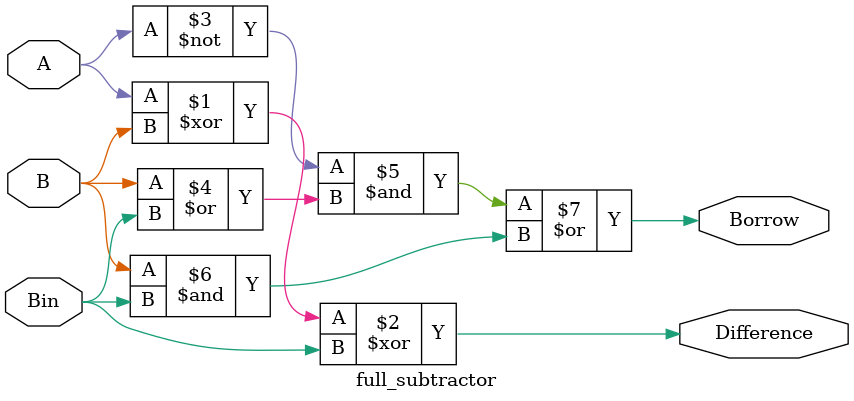
<source format=v>
module full_subtractor (
    input A,
    input B,
    input Bin,
    output Difference,
    output Borrow
);
    assign Difference = A ^ B ^ Bin;                   // XOR for difference
    assign Borrow = (~A & (B | Bin)) | (B & Bin);      // Borrow logic
endmodule
</source>
